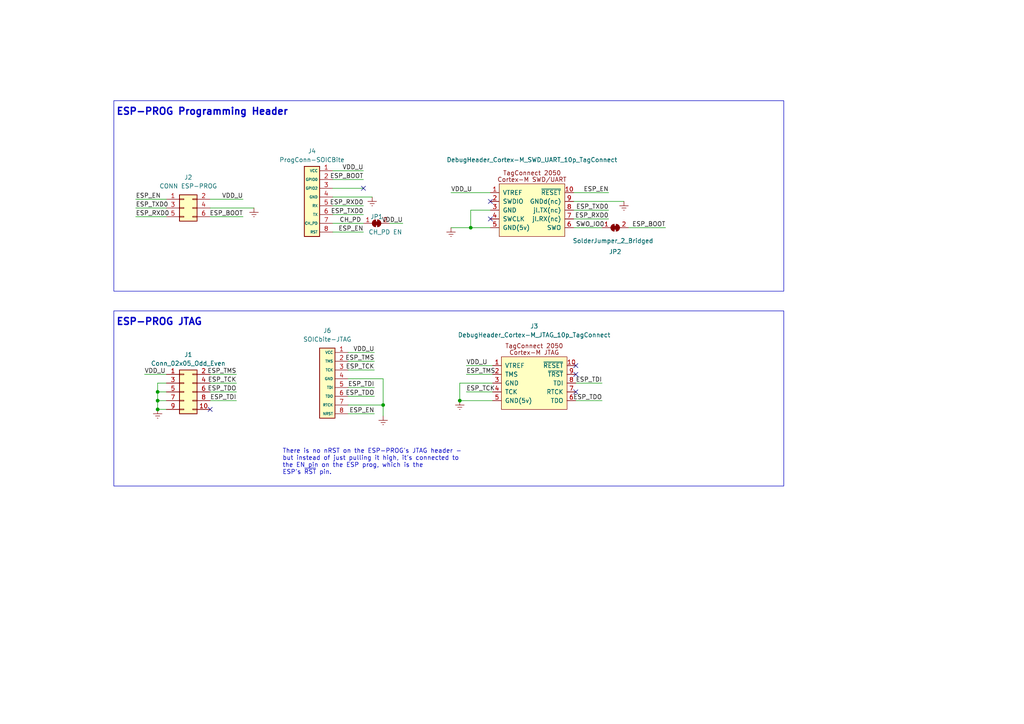
<source format=kicad_sch>
(kicad_sch (version 20230121) (generator eeschema)
  (paper "A4")
  (title_block (title "ESP-PROG Board Connector Adapter") (date "2023-11-25") (rev "v1.2") (company "jacobbokor.com"))
  (lib_symbols
    (symbol "BrechtVE_DebugHeader:DebugHeader_Cortex-M_JTAG_10p_TagConnect" (pin_names (offset 1.016))
      (property "Reference" "J" (at 0 -8.89 0))
      (property "Value" "DebugHeader_Cortex-M_JTAG_10p_TagConnect" (at 0 -11.43 0))
      (symbol "DebugHeader_Cortex-M_JTAG_10p_TagConnect_0_0"
        (rectangle (start -8.89 7.62) (end 10.16 -7.62) (fill (type background)))
        (text "Cortex-M JTAG" (at 0.635 8.89 0) (effects (font (size 1.27 1.27))))
        (text "TagConnect 2050" (at 0.635 10.795 0) (effects (font (size 1.27 1.27))))
      )
      (symbol "DebugHeader_Cortex-M_JTAG_10p_TagConnect_1_1"
        (pin power_in line (at -11.43 5.08 0) (length 2.54) (name "VTREF") (number "1"))
        (pin bidirectional line (at 12.7 5.08 180) (length 2.54) (name "~{RESET}") (number "10"))
        (pin output line (at -11.43 2.54 0) (length 2.54) (name "TMS") (number "2"))
        (pin power_in line (at -11.43 0 0) (length 2.54) (name "GND") (number "3"))
        (pin output line (at -11.43 -2.54 0) (length 2.54) (name "TCK") (number "4"))
        (pin power_in line (at -11.43 -5.08 0) (length 2.54) (name "GND(5v)") (number "5"))
        (pin input line (at 12.7 -5.08 180) (length 2.54) (name "TDO") (number "6"))
        (pin input line (at 12.7 -2.54 180) (length 2.54) (name "RTCK") (number "7"))
        (pin output line (at 12.7 0 180) (length 2.54) (name "TDI") (number "8"))
        (pin output line (at 12.7 2.54 180) (length 2.54) (name "~{TRST}") (number "9"))
      )
    )
    (symbol "BrechtVE_DebugHeader:DebugHeader_Cortex-M_SWD_UART_10p_TagConnect" (pin_names (offset 1.016))
      (property "Reference" "J" (at 0 -8.89 0))
      (property "Value" "DebugHeader_Cortex-M_SWD_UART_10p_TagConnect" (at 0 -11.43 0))
      (symbol "DebugHeader_Cortex-M_SWD_UART_10p_TagConnect_0_0"
        (rectangle (start -8.89 7.62) (end 10.16 -7.62) (fill (type background)))
        (text "Cortex-M SWD/UART" (at 0.635 8.89 0) (effects (font (size 1.27 1.27))))
        (text "TagConnect 2050" (at 0.635 10.795 0) (effects (font (size 1.27 1.27))))
      )
      (symbol "DebugHeader_Cortex-M_SWD_UART_10p_TagConnect_1_1"
        (pin power_in line (at -11.43 5.08 0) (length 2.54) (name "VTREF") (number "1"))
        (pin bidirectional line (at 12.7 5.08 180) (length 2.54) (name "~{RESET}") (number "10"))
        (pin bidirectional line (at -11.43 2.54 0) (length 2.54) (name "SWDIO") (number "2"))
        (pin power_in line (at -11.43 0 0) (length 2.54) (name "GND") (number "3"))
        (pin passive line (at -11.43 -2.54 0) (length 2.54) (name "SWCLK") (number "4"))
        (pin power_in line (at -11.43 -5.08 0) (length 2.54) (name "GND(5v)") (number "5"))
        (pin input line (at 12.7 -5.08 180) (length 2.54) (name "SWO") (number "6"))
        (pin input line (at 12.7 -2.54 180) (length 2.54) (name "jl.RX(nc)") (number "7"))
        (pin passive line (at 12.7 0 180) (length 2.54) (name "jl.TX(nc)") (number "8"))
        (pin passive line (at 12.7 2.54 180) (length 2.54) (name "GNDd(nc)") (number "9"))
      )
    )
    (symbol "Connector_Generic:Conn_02x03_Odd_Even" (pin_names (offset 1.016) hide)
      (property "Reference" "J" (at 1.27 5.08 0))
      (property "Value" "Conn_02x03_Odd_Even" (at 1.27 -5.08 0))
      (symbol "Conn_02x03_Odd_Even_1_1"
        (rectangle (start -1.27 -2.413) (end 0 -2.667) (stroke (width 0.1524)))
        (rectangle (start -1.27 0.127) (end 0 -0.127) (stroke (width 0.1524)))
        (rectangle (start -1.27 2.667) (end 0 2.413) (stroke (width 0.1524)))
        (rectangle (start -1.27 3.81) (end 3.81 -3.81) (stroke (width 0.254)) (fill (type background)))
        (rectangle (start 3.81 -2.413) (end 2.54 -2.667) (stroke (width 0.1524)))
        (rectangle (start 3.81 0.127) (end 2.54 -0.127) (stroke (width 0.1524)))
        (rectangle (start 3.81 2.667) (end 2.54 2.413) (stroke (width 0.1524)))
        (pin passive line (at -5.08 2.54 0) (length 3.81) (name "Pin_1") (number "1"))
        (pin passive line (at 7.62 2.54 180) (length 3.81) (name "Pin_2") (number "2"))
        (pin passive line (at -5.08 0 0) (length 3.81) (name "Pin_3") (number "3"))
        (pin passive line (at 7.62 0 180) (length 3.81) (name "Pin_4") (number "4"))
        (pin passive line (at -5.08 -2.54 0) (length 3.81) (name "Pin_5") (number "5"))
        (pin passive line (at 7.62 -2.54 180) (length 3.81) (name "Pin_6") (number "6"))
      )
    )
    (symbol "Connector_Generic:Conn_02x05_Odd_Even" (pin_names (offset 1.016) hide)
      (property "Reference" "J" (at 1.27 7.62 0))
      (property "Value" "Conn_02x05_Odd_Even" (at 1.27 -7.62 0))
      (symbol "Conn_02x05_Odd_Even_1_1"
        (rectangle (start -1.27 -4.953) (end 0 -5.207) (stroke (width 0.1524)))
        (rectangle (start -1.27 -2.413) (end 0 -2.667) (stroke (width 0.1524)))
        (rectangle (start -1.27 0.127) (end 0 -0.127) (stroke (width 0.1524)))
        (rectangle (start -1.27 2.667) (end 0 2.413) (stroke (width 0.1524)))
        (rectangle (start -1.27 5.207) (end 0 4.953) (stroke (width 0.1524)))
        (rectangle (start -1.27 6.35) (end 3.81 -6.35) (stroke (width 0.254)) (fill (type background)))
        (rectangle (start 3.81 -4.953) (end 2.54 -5.207) (stroke (width 0.1524)))
        (rectangle (start 3.81 -2.413) (end 2.54 -2.667) (stroke (width 0.1524)))
        (rectangle (start 3.81 0.127) (end 2.54 -0.127) (stroke (width 0.1524)))
        (rectangle (start 3.81 2.667) (end 2.54 2.413) (stroke (width 0.1524)))
        (rectangle (start 3.81 5.207) (end 2.54 4.953) (stroke (width 0.1524)))
        (pin passive line (at -5.08 5.08 0) (length 3.81) (name "Pin_1") (number "1"))
        (pin passive line (at 7.62 -5.08 180) (length 3.81) (name "Pin_10") (number "10"))
        (pin passive line (at 7.62 5.08 180) (length 3.81) (name "Pin_2") (number "2"))
        (pin passive line (at -5.08 2.54 0) (length 3.81) (name "Pin_3") (number "3"))
        (pin passive line (at 7.62 2.54 180) (length 3.81) (name "Pin_4") (number "4"))
        (pin passive line (at -5.08 0 0) (length 3.81) (name "Pin_5") (number "5"))
        (pin passive line (at 7.62 0 180) (length 3.81) (name "Pin_6") (number "6"))
        (pin passive line (at -5.08 -2.54 0) (length 3.81) (name "Pin_7") (number "7"))
        (pin passive line (at 7.62 -2.54 180) (length 3.81) (name "Pin_8") (number "8"))
        (pin passive line (at -5.08 -5.08 0) (length 3.81) (name "Pin_9") (number "9"))
      )
    )
    (symbol "Jumper:SolderJumper_2_Bridged" (pin_names (offset 0) hide)
      (property "Reference" "JP" (at 0 2.032 0))
      (property "Value" "SolderJumper_2_Bridged" (at 0 -2.54 0))
      (symbol "SolderJumper_2_Bridged_0_1"
        (rectangle (start -0.508 0.508) (end 0.508 -0.508) (fill (type outline)))
        (arc (start -0.254 1.016) (mid -1.2656 0) (end -0.254 -1.016))
        (arc (start -0.254 1.016) (mid -1.2656 0) (end -0.254 -1.016) (fill (type outline)))
        (polyline (pts (xy -0.254 1.016) (xy -0.254 -1.016)))
        (polyline (pts (xy 0.254 1.016) (xy 0.254 -1.016)))
        (arc (start 0.254 -1.016) (mid 1.2656 0) (end 0.254 1.016))
        (arc (start 0.254 -1.016) (mid 1.2656 0) (end 0.254 1.016) (fill (type outline)))
      )
      (symbol "SolderJumper_2_Bridged_1_1"
        (pin passive line (at -3.81 0 0) (length 2.54) (name "A") (number "1"))
        (pin passive line (at 3.81 0 180) (length 2.54) (name "B") (number "2"))
      )
    )
    (symbol "jmux-kicadlib:SOICbite-ESP8266" (in_bom no)
      (property "Reference" "J" (at -8.255 -1.905 0))
      (property "Value" "ProgConn-SOICBite" (at -7.62 0.635 0))
      (symbol "SOICbite-ESP8266_1_1"
        (rectangle (start -10.795 22.86) (end -6.35 2.54) (stroke (width 0.254)) (fill (type background)))
        (pin passive line (at -2.54 21.59 180) (length 3.81) (name "VCC") (number "1"))
        (pin passive line (at -2.54 19.05 180) (length 3.81) (name "GPIO0") (number "2"))
        (pin passive line (at -2.54 16.51 180) (length 3.81) (name "GPIO2") (number "3"))
        (pin passive line (at -2.54 13.97 180) (length 3.81) (name "GND") (number "4"))
        (pin passive line (at -2.54 11.43 180) (length 3.81) (name "RX") (number "5"))
        (pin passive line (at -2.54 8.89 180) (length 3.81) (name "TX") (number "6"))
        (pin passive line (at -2.54 6.35 180) (length 3.81) (name "CH_PD") (number "7"))
        (pin passive line (at -2.54 3.81 180) (length 3.81) (name "RST") (number "8"))
      )
    )
    (symbol "jmux-kicadlib:SOICbite-JTAG" (in_bom no)
      (property "Reference" "J" (at -8.255 -1.905 0))
      (property "Value" "SOICbite-JTAG" (at -7.62 0.635 0))
      (symbol "SOICbite-JTAG_1_1"
        (rectangle (start -10.795 22.86) (end -6.35 2.54) (stroke (width 0.254)) (fill (type background)))
        (pin passive line (at -2.54 21.59 180) (length 3.81) (name "VCC") (number "1"))
        (pin passive line (at -2.54 19.05 180) (length 3.81) (name "TMS") (number "2"))
        (pin passive line (at -2.54 16.51 180) (length 3.81) (name "TCK") (number "3"))
        (pin passive line (at -2.54 13.97 180) (length 3.81) (name "GND") (number "4"))
        (pin passive line (at -2.54 11.43 180) (length 3.81) (name "TDI") (number "5"))
        (pin passive line (at -2.54 8.89 180) (length 3.81) (name "TDO") (number "6"))
        (pin passive line (at -2.54 6.35 180) (length 3.81) (name "RTCK") (number "7"))
        (pin passive line (at -2.54 3.81 180) (length 3.81) (name "NRST") (number "8"))
      )
    )
    (symbol "power:Earth" (power) (pin_names (offset 0))
      (symbol "Earth_0_1"
        (polyline (pts (xy -0.635 -1.905) (xy 0.635 -1.905)))
        (polyline (pts (xy -0.127 -2.54) (xy 0.127 -2.54)))
        (polyline (pts (xy 0 -1.27) (xy 0 0)))
        (polyline (pts (xy 1.27 -1.27) (xy -1.27 -1.27)))
      )
      (symbol "Earth_1_1"
        (pin power_in line (at 0 0 270) (length 0) hide (name "Earth") (number "1"))
      )
    )
  )
  (junction (at 45.72 116.205))
  (junction (at 45.72 113.665))
  (junction (at 136.525 66.04))
  (junction (at 111.125 117.475))
  (junction (at 133.35 116.205))
  (junction (at 45.72 118.745))
  (no_connect (at 167.005 106.045))
  (no_connect (at 142.24 63.5))
  (no_connect (at 105.41 54.61))
  (no_connect (at 167.005 108.585))
  (no_connect (at 142.24 58.42))
  (no_connect (at 167.005 113.665))
  (no_connect (at 60.96 118.745))
  (wire (pts (xy 142.875 113.665) (xy 135.255 113.665)))
  (wire (pts (xy 45.72 118.745) (xy 45.72 116.205)))
  (wire (pts (xy 113.03 64.77) (xy 116.84 64.77)))
  (wire (pts (xy 167.005 116.205) (xy 174.625 116.205)))
  (wire (pts (xy 142.24 66.04) (xy 136.525 66.04)))
  (wire (pts (xy 100.965 112.395) (xy 108.585 112.395)))
  (wire (pts (xy 142.24 60.96) (xy 136.525 60.96)))
  (wire (pts (xy 136.525 60.96) (xy 136.525 66.04)))
  (wire (pts (xy 39.37 57.785) (xy 48.26 57.785)))
  (wire (pts (xy 96.52 59.69) (xy 105.41 59.69)))
  (wire (pts (xy 45.72 113.665) (xy 45.72 111.125)))
  (wire (pts (xy 96.52 64.77) (xy 105.41 64.77)))
  (wire (pts (xy 96.52 49.53) (xy 105.41 49.53)))
  (wire (pts (xy 136.525 66.04) (xy 130.81 66.04)))
  (wire (pts (xy 176.53 60.96) (xy 166.37 60.96)))
  (wire (pts (xy 135.255 106.045) (xy 142.875 106.045)))
  (wire (pts (xy 100.965 107.315) (xy 108.585 107.315)))
  (wire (pts (xy 133.35 116.205) (xy 142.875 116.205)))
  (wire (pts (xy 39.37 60.325) (xy 48.26 60.325)))
  (wire (pts (xy 39.37 62.865) (xy 48.26 62.865)))
  (wire (pts (xy 60.96 111.125) (xy 68.58 111.125)))
  (wire (pts (xy 166.37 55.88) (xy 176.53 55.88)))
  (wire (pts (xy 130.81 55.88) (xy 142.24 55.88)))
  (wire (pts (xy 166.37 58.42) (xy 180.975 58.42)))
  (wire (pts (xy 96.52 52.07) (xy 105.41 52.07)))
  (wire (pts (xy 60.96 116.205) (xy 68.58 116.205)))
  (wire (pts (xy 60.96 108.585) (xy 68.58 108.585)))
  (wire (pts (xy 142.875 108.585) (xy 135.255 108.585)))
  (wire (pts (xy 45.72 118.745) (xy 48.26 118.745)))
  (wire (pts (xy 182.245 66.04) (xy 193.04 66.04)))
  (wire (pts (xy 111.125 120.65) (xy 111.125 117.475)))
  (wire (pts (xy 100.965 102.235) (xy 108.585 102.235)))
  (wire (pts (xy 100.965 114.935) (xy 108.585 114.935)))
  (wire (pts (xy 96.52 62.23) (xy 105.41 62.23)))
  (wire (pts (xy 100.965 117.475) (xy 111.125 117.475)))
  (wire (pts (xy 45.72 111.125) (xy 48.26 111.125)))
  (wire (pts (xy 45.72 116.205) (xy 45.72 113.665)))
  (wire (pts (xy 96.52 54.61) (xy 105.41 54.61)))
  (wire (pts (xy 41.91 108.585) (xy 48.26 108.585)))
  (wire (pts (xy 167.005 111.125) (xy 174.625 111.125)))
  (wire (pts (xy 100.965 104.775) (xy 108.585 104.775)))
  (wire (pts (xy 133.35 111.125) (xy 142.875 111.125)))
  (wire (pts (xy 60.96 62.865) (xy 70.485 62.865)))
  (wire (pts (xy 60.96 113.665) (xy 68.58 113.665)))
  (wire (pts (xy 60.96 60.325) (xy 73.66 60.325)))
  (wire (pts (xy 166.37 66.04) (xy 174.625 66.04)))
  (wire (pts (xy 166.37 63.5) (xy 176.53 63.5)))
  (wire (pts (xy 45.72 116.205) (xy 48.26 116.205)))
  (wire (pts (xy 96.52 57.15) (xy 107.95 57.15)))
  (wire (pts (xy 96.52 67.31) (xy 105.41 67.31)))
  (wire (pts (xy 60.96 57.785) (xy 70.485 57.785)))
  (wire (pts (xy 111.125 109.855) (xy 111.125 117.475)))
  (wire (pts (xy 100.965 120.015) (xy 108.585 120.015)))
  (wire (pts (xy 100.965 109.855) (xy 111.125 109.855)))
  (wire (pts (xy 45.72 113.665) (xy 48.26 113.665)))
  (wire (pts (xy 133.35 116.205) (xy 133.35 111.125)))
  (rectangle (start 33.02 90.17) (end 227.33 140.97))
  (rectangle (start 33.02 29.21) (end 227.33 84.455))
  (text "ESP-PROG JTAG" (at 33.655 94.615 0) (effects (font (size 2 2) (thickness 0.4) bold) (justify left bottom)))
  (text "ESP-PROG Programming Header" (at 33.655 33.655 0) (effects (font (size 2 2) (thickness 0.4) bold) (justify left bottom)))
  (text "There is no nRST on the ESP-PROG's JTAG header - \nbut instead of just pulling it high, it's connected to \nthe EN pin on the ESP prog, which is the \nESP's ~{RST} pin. " (at 81.915 137.795 0) (effects (font (size 1.27 1.27)) (justify left bottom)))
  (label "ESP_EN" (at 39.37 57.785 0))
  (label "ESP_TCK" (at 68.58 111.125 180))
  (label "ESP_TMS" (at 135.255 108.585 0))
  (label "ESP_TDI" (at 174.625 111.125 180))
  (label "VDD_U" (at 70.485 57.785 180))
  (label "ESP_TDI" (at 108.585 112.395 180))
  (label "ESP_RXD0" (at 176.53 63.5 180))
  (label "ESP_TDO" (at 174.625 116.205 180))
  (label "ESP_TCK" (at 135.255 113.665 0))
  (label "ESP_BOOT" (at 193.04 66.04 180))
  (label "VDD_U" (at 130.81 55.88 0))
  (label "ESP_TDO" (at 68.58 113.665 180))
  (label "VDD_U" (at 135.255 106.045 0))
  (label "ESP_BOOT" (at 70.485 62.865 180))
  (label "ESP_RXD0" (at 105.41 59.69 180))
  (label "VDD_U" (at 105.41 49.53 180))
  (label "ESP_TMS" (at 68.58 108.585 180))
  (label "SWO_IO0" (at 167.005 66.04 0))
  (label "ESP_EN" (at 176.53 55.88 180))
  (label "ESP_TDO" (at 108.585 114.935 180))
  (label "CH_PD" (at 104.775 64.77 180))
  (label "ESP_TMS" (at 108.585 104.775 180))
  (label "ESP_TXD0" (at 39.37 60.325 0))
  (label "ESP_EN" (at 108.585 120.015 180))
  (label "ESP_TCK" (at 108.585 107.315 180))
  (label "ESP_RXD0" (at 39.37 62.865 0))
  (label "ESP_TXD0" (at 176.53 60.96 180))
  (label "ESP_TXD0" (at 105.41 62.23 180))
  (label "VDD_U" (at 41.91 108.585 0))
  (label "ESP_EN" (at 105.41 67.31 180))
  (label "VDD_U" (at 108.585 102.235 180))
  (label "ESP_TDI" (at 68.58 116.205 180))
  (label "ESP_BOOT" (at 105.41 52.07 180))
  (label "VDD_U" (at 116.84 64.77 180))
  (symbol (lib_id "power:Earth") (at 130.81 66.04 0) (unit 1)
    (property "Reference" "#PWR04" (effects hide))
    (property "Value" "Earth" (effects hide))
  )
  (symbol (lib_id "power:Earth") (at 111.125 120.65 0) (unit 1)
    (property "Reference" "#PWR07" (effects hide))
    (property "Value" "Earth" (effects hide))
  )
  (symbol (lib_id "jmux-kicadlib:SOICbite-ESP8266") (at 99.06 71.12 0) (unit 1) (in_bom no)
    (property "Reference" "J4" (at 90.4875 43.815 0))
    (property "Value" "ProgConn-SOICBite" (at 90.4875 46.355 0))
    (property "Footprint" "Connector_IDC:IDC-Header_2x04_P2.54mm_Vertical" (effects hide))
    (property "LCSC" "C17179451" (effects hide))
    (property "Link" "https://www.lcsc.com/product-detail/IDC-Connectors_HanElectricity-HY2541WV-N-2x4P_C17179451.html" (effects hide))
    (property "Description" "2x4P 2.54mm IDC header for SOICbite" (effects hide))
  )
  (symbol (lib_id "power:Earth") (at 180.975 58.42 0) (unit 1)
    (property "Reference" "#PWR05" (effects hide))
    (property "Value" "Earth" (effects hide))
  )
  (symbol (lib_id "BrechtVE_DebugHeader:DebugHeader_Cortex-M_JTAG_10p_TagConnect") (at 154.305 111.125 0) (unit 1)
    (property "Reference" "J3" (at 154.94 94.615 0))
    (property "Value" "DebugHeader_Cortex-M_JTAG_10p_TagConnect" (at 154.94 97.155 0))
    (property "Footprint" "jmux-footprints:TC-2050-IDC-SOCKET" (effects hide))
    (property "Description" "2x5P 1.27mm IDC header for tag-connect TC-2050-IDC cable" (effects hide))
    (property "LCSC" "C2962228" (effects hide))
  )
  (symbol (lib_id "Jumper:SolderJumper_2_Bridged") (at 178.435 66.04 0) (unit 1) (in_bom no)
    (property "Reference" "JP2" (at 178.435 73.025 0))
    (property "Value" "SolderJumper_2_Bridged" (at 177.8 69.85 0))
    (property "Footprint" "Jumper:SolderJumper-2_P1.3mm_Bridged_RoundedPad1.0x1.5mm" (effects hide))
    (property "Description" "Connect ESP BOOT to TC-2050 SWO pin" (effects hide))
  )
  (symbol (lib_id "power:Earth") (at 73.66 60.325 0) (unit 1)
    (property "Reference" "#PWR01" (effects hide))
    (property "Value" "Earth" (effects hide))
  )
  (symbol (lib_id "power:Earth") (at 45.72 118.745 0) (unit 1)
    (property "Reference" "#PWR02" (effects hide))
    (property "Value" "Earth" (effects hide))
  )
  (symbol (lib_id "power:Earth") (at 133.35 116.205 0) (unit 1)
    (property "Reference" "#PWR06" (effects hide))
    (property "Value" "Earth" (effects hide))
  )
  (symbol (lib_id "Connector_Generic:Conn_02x03_Odd_Even") (at 53.34 60.325 0) (unit 1)
    (property "Reference" "J2" (at 54.61 51.435 0))
    (property "Value" "CONN ESP-PROG" (at 54.61 53.975 0))
    (property "Footprint" "Connector_PinSocket_2.54mm:PinSocket_2x03_P2.54mm_Vertical" (effects hide))
    (property "Description" "2x3 2.54mm Male IDC header for connecting to ESP-PROG" (effects hide))
    (property "LCSC" "C5298392" (effects hide))
    (property "Link" "https://www.lcsc.com/product-detail/span-style-background-color-ff0-Female-span-span-style-background-color-ff0-Headers-span_CJT-Changjiang-Connectors-A2541HWV-2x3P_C5298392.html" (effects hide))
  )
  (symbol (lib_id "power:Earth") (at 107.95 57.15 0) (unit 1)
    (property "Reference" "#PWR03" (effects hide))
    (property "Value" "Earth" (effects hide))
  )
  (symbol (lib_id "Connector_Generic:Conn_02x05_Odd_Even") (at 53.34 113.665 0) (unit 1)
    (property "Reference" "J1" (at 54.61 102.87 0))
    (property "Value" "Conn_02x05_Odd_Even" (at 54.61 105.41 0))
    (property "Footprint" "Connector_PinSocket_2.54mm:PinSocket_2x05_P2.54mm_Vertical" (effects hide))
    (property "Description" "2x5 2.54mm Male IDC header for connecting to ESP-PROG JTAG" (effects hide))
  )
  (symbol (lib_id "Jumper:SolderJumper_2_Bridged") (at 109.22 64.77 0) (unit 1) (in_bom no)
    (property "Reference" "JP1" (at 109.22 62.865 0))
    (property "Value" "CH_PD EN" (at 111.76 67.31 0))
    (property "Footprint" "Jumper:SolderJumper-2_P1.3mm_Bridged_RoundedPad1.0x1.5mm" (effects hide))
    (property "Description" "Pull CH_PD pin high" (effects hide))
  )
  (symbol (lib_id "jmux-kicadlib:SOICbite-JTAG") (at 103.505 123.825 0) (unit 1) (in_bom no)
    (property "Reference" "J6" (at 94.9325 95.885 0))
    (property "Value" "SOICbite-JTAG" (at 94.9325 98.425 0))
    (property "Footprint" "Connector_IDC:IDC-Header_2x04_P2.54mm_Vertical" (effects hide))
    (property "Description" "2x4P 2.54mm IDC header for SOICbite" (effects hide))
    (property "LCSC" "C17179451" (effects hide))
  )
  (symbol (lib_id "BrechtVE_DebugHeader:DebugHeader_Cortex-M_SWD_UART_10p_TagConnect") (at 153.67 60.96 0) (unit 1)
    (property "Reference" "J5" (effects hide))
    (property "Value" "DebugHeader_Cortex-M_SWD_UART_10p_TagConnect" (at 154.305 46.355 0))
    (property "Footprint" "jmux-footprints:TC-2050-IDC-SOCKET" (effects hide))
    (property "LCSC" "C2962228" (effects hide))
    (property "Link" "https://www.lcsc.com/product-detail/_XKB-Connectivity-_C2962228.html" (effects hide))
    (property "Description" "2x5P 1.27mm IDC header for tag-connect TC-2050-IDC cable" (effects hide))
  )
)
</source>
